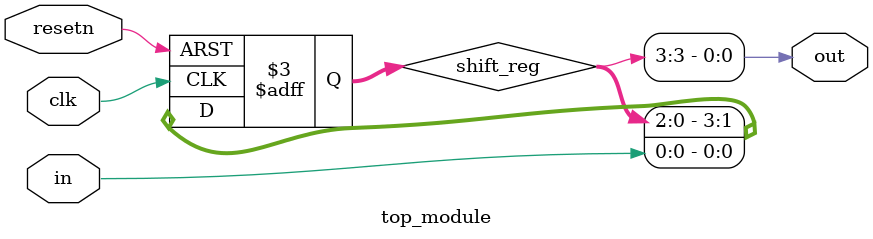
<source format=sv>
module top_module (
    input clk,
    input resetn,
    input in,
    output out
);

    reg [3:0] shift_reg;

    always @(posedge clk or negedge resetn) begin
        if (~resetn) begin
            shift_reg <= 4'b0;
        end
        else begin
            shift_reg <= {shift_reg[2:0], in};
        end
    end

    assign out = shift_reg[3];

endmodule

</source>
